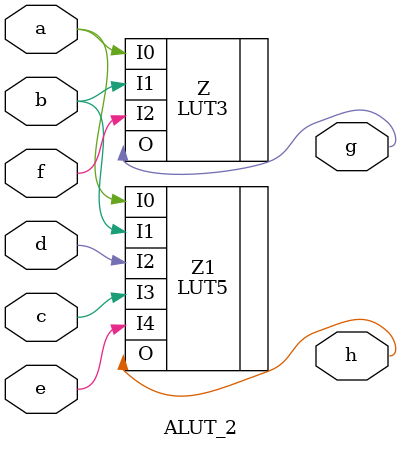
<source format=v>
module ALUT_2(a,b,c,d,e,f,g,h);
input a,b,c,d,e,f;
output wire g,h;
(* SOFT_HLUTNM = "soft_lutpair4" *) 
LUT3 #(.INIT(4'h15)) 
 Z(.I0(a),.I1(b),.I2(f),.O(g));
(* SOFT_HLUTNM = "soft_lutpair4" *) 
LUT5 #(.INIT(32'h2549)) 
 Z1(.I0(a),.I1(b),.I2(d),.I3(c),.I4(e),.O(h));
endmodule

</source>
